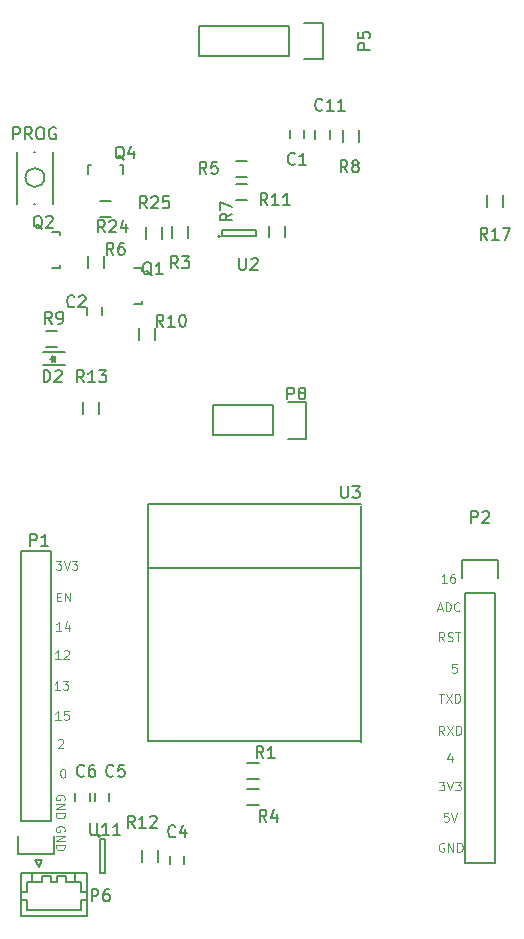
<source format=gbr>
G04 #@! TF.FileFunction,Legend,Top*
%FSLAX46Y46*%
G04 Gerber Fmt 4.6, Leading zero omitted, Abs format (unit mm)*
G04 Created by KiCad (PCBNEW 201610091317+7290~55~ubuntu16.04.1-) date Sat Oct 15 19:35:44 2016*
%MOMM*%
%LPD*%
G01*
G04 APERTURE LIST*
%ADD10C,0.100000*%
%ADD11C,0.125000*%
%ADD12C,0.150000*%
G04 APERTURE END LIST*
D10*
D11*
X117723000Y-121920071D02*
X117758714Y-121848642D01*
X117758714Y-121741500D01*
X117723000Y-121634357D01*
X117651571Y-121562928D01*
X117580142Y-121527214D01*
X117437285Y-121491500D01*
X117330142Y-121491500D01*
X117187285Y-121527214D01*
X117115857Y-121562928D01*
X117044428Y-121634357D01*
X117008714Y-121741500D01*
X117008714Y-121812928D01*
X117044428Y-121920071D01*
X117080142Y-121955785D01*
X117330142Y-121955785D01*
X117330142Y-121812928D01*
X117008714Y-122277214D02*
X117758714Y-122277214D01*
X117008714Y-122705785D01*
X117758714Y-122705785D01*
X117008714Y-123062928D02*
X117758714Y-123062928D01*
X117758714Y-123241500D01*
X117723000Y-123348642D01*
X117651571Y-123420071D01*
X117580142Y-123455785D01*
X117437285Y-123491500D01*
X117330142Y-123491500D01*
X117187285Y-123455785D01*
X117115857Y-123420071D01*
X117044428Y-123348642D01*
X117008714Y-123241500D01*
X117008714Y-123062928D01*
X149860071Y-122942000D02*
X149788642Y-122906285D01*
X149681500Y-122906285D01*
X149574357Y-122942000D01*
X149502928Y-123013428D01*
X149467214Y-123084857D01*
X149431500Y-123227714D01*
X149431500Y-123334857D01*
X149467214Y-123477714D01*
X149502928Y-123549142D01*
X149574357Y-123620571D01*
X149681500Y-123656285D01*
X149752928Y-123656285D01*
X149860071Y-123620571D01*
X149895785Y-123584857D01*
X149895785Y-123334857D01*
X149752928Y-123334857D01*
X150217214Y-123656285D02*
X150217214Y-122906285D01*
X150645785Y-123656285D01*
X150645785Y-122906285D01*
X151002928Y-123656285D02*
X151002928Y-122906285D01*
X151181500Y-122906285D01*
X151288642Y-122942000D01*
X151360071Y-123013428D01*
X151395785Y-123084857D01*
X151431500Y-123227714D01*
X151431500Y-123334857D01*
X151395785Y-123477714D01*
X151360071Y-123549142D01*
X151288642Y-123620571D01*
X151181500Y-123656285D01*
X151002928Y-123656285D01*
X150225142Y-120366285D02*
X149868000Y-120366285D01*
X149832285Y-120723428D01*
X149868000Y-120687714D01*
X149939428Y-120652000D01*
X150118000Y-120652000D01*
X150189428Y-120687714D01*
X150225142Y-120723428D01*
X150260857Y-120794857D01*
X150260857Y-120973428D01*
X150225142Y-121044857D01*
X150189428Y-121080571D01*
X150118000Y-121116285D01*
X149939428Y-121116285D01*
X149868000Y-121080571D01*
X149832285Y-121044857D01*
X150475142Y-120366285D02*
X150725142Y-121116285D01*
X150975142Y-120366285D01*
X149439428Y-117699285D02*
X149903714Y-117699285D01*
X149653714Y-117985000D01*
X149760857Y-117985000D01*
X149832285Y-118020714D01*
X149868000Y-118056428D01*
X149903714Y-118127857D01*
X149903714Y-118306428D01*
X149868000Y-118377857D01*
X149832285Y-118413571D01*
X149760857Y-118449285D01*
X149546571Y-118449285D01*
X149475142Y-118413571D01*
X149439428Y-118377857D01*
X150118000Y-117699285D02*
X150368000Y-118449285D01*
X150618000Y-117699285D01*
X150796571Y-117699285D02*
X151260857Y-117699285D01*
X151010857Y-117985000D01*
X151118000Y-117985000D01*
X151189428Y-118020714D01*
X151225142Y-118056428D01*
X151260857Y-118127857D01*
X151260857Y-118306428D01*
X151225142Y-118377857D01*
X151189428Y-118413571D01*
X151118000Y-118449285D01*
X150903714Y-118449285D01*
X150832285Y-118413571D01*
X150796571Y-118377857D01*
X150510857Y-115536285D02*
X150510857Y-116036285D01*
X150332285Y-115250571D02*
X150153714Y-115786285D01*
X150618000Y-115786285D01*
X149868000Y-113750285D02*
X149618000Y-113393142D01*
X149439428Y-113750285D02*
X149439428Y-113000285D01*
X149725142Y-113000285D01*
X149796571Y-113036000D01*
X149832285Y-113071714D01*
X149868000Y-113143142D01*
X149868000Y-113250285D01*
X149832285Y-113321714D01*
X149796571Y-113357428D01*
X149725142Y-113393142D01*
X149439428Y-113393142D01*
X150118000Y-113000285D02*
X150618000Y-113750285D01*
X150618000Y-113000285D02*
X150118000Y-113750285D01*
X150903714Y-113750285D02*
X150903714Y-113000285D01*
X151082285Y-113000285D01*
X151189428Y-113036000D01*
X151260857Y-113107428D01*
X151296571Y-113178857D01*
X151332285Y-113321714D01*
X151332285Y-113428857D01*
X151296571Y-113571714D01*
X151260857Y-113643142D01*
X151189428Y-113714571D01*
X151082285Y-113750285D01*
X150903714Y-113750285D01*
X149421571Y-110269785D02*
X149850142Y-110269785D01*
X149635857Y-111019785D02*
X149635857Y-110269785D01*
X150028714Y-110269785D02*
X150528714Y-111019785D01*
X150528714Y-110269785D02*
X150028714Y-111019785D01*
X150814428Y-111019785D02*
X150814428Y-110269785D01*
X150993000Y-110269785D01*
X151100142Y-110305500D01*
X151171571Y-110376928D01*
X151207285Y-110448357D01*
X151243000Y-110591214D01*
X151243000Y-110698357D01*
X151207285Y-110841214D01*
X151171571Y-110912642D01*
X151100142Y-110984071D01*
X150993000Y-111019785D01*
X150814428Y-111019785D01*
X150927571Y-107729785D02*
X150570428Y-107729785D01*
X150534714Y-108086928D01*
X150570428Y-108051214D01*
X150641857Y-108015500D01*
X150820428Y-108015500D01*
X150891857Y-108051214D01*
X150927571Y-108086928D01*
X150963285Y-108158357D01*
X150963285Y-108336928D01*
X150927571Y-108408357D01*
X150891857Y-108444071D01*
X150820428Y-108479785D01*
X150641857Y-108479785D01*
X150570428Y-108444071D01*
X150534714Y-108408357D01*
X149893785Y-105812785D02*
X149643785Y-105455642D01*
X149465214Y-105812785D02*
X149465214Y-105062785D01*
X149750928Y-105062785D01*
X149822357Y-105098500D01*
X149858071Y-105134214D01*
X149893785Y-105205642D01*
X149893785Y-105312785D01*
X149858071Y-105384214D01*
X149822357Y-105419928D01*
X149750928Y-105455642D01*
X149465214Y-105455642D01*
X150179500Y-105777071D02*
X150286642Y-105812785D01*
X150465214Y-105812785D01*
X150536642Y-105777071D01*
X150572357Y-105741357D01*
X150608071Y-105669928D01*
X150608071Y-105598500D01*
X150572357Y-105527071D01*
X150536642Y-105491357D01*
X150465214Y-105455642D01*
X150322357Y-105419928D01*
X150250928Y-105384214D01*
X150215214Y-105348500D01*
X150179500Y-105277071D01*
X150179500Y-105205642D01*
X150215214Y-105134214D01*
X150250928Y-105098500D01*
X150322357Y-105062785D01*
X150500928Y-105062785D01*
X150608071Y-105098500D01*
X150822357Y-105062785D02*
X151250928Y-105062785D01*
X151036642Y-105812785D02*
X151036642Y-105062785D01*
X149312428Y-103058500D02*
X149669571Y-103058500D01*
X149241000Y-103272785D02*
X149491000Y-102522785D01*
X149741000Y-103272785D01*
X149991000Y-103272785D02*
X149991000Y-102522785D01*
X150169571Y-102522785D01*
X150276714Y-102558500D01*
X150348142Y-102629928D01*
X150383857Y-102701357D01*
X150419571Y-102844214D01*
X150419571Y-102951357D01*
X150383857Y-103094214D01*
X150348142Y-103165642D01*
X150276714Y-103237071D01*
X150169571Y-103272785D01*
X149991000Y-103272785D01*
X151169571Y-103201357D02*
X151133857Y-103237071D01*
X151026714Y-103272785D01*
X150955285Y-103272785D01*
X150848142Y-103237071D01*
X150776714Y-103165642D01*
X150741000Y-103094214D01*
X150705285Y-102951357D01*
X150705285Y-102844214D01*
X150741000Y-102701357D01*
X150776714Y-102629928D01*
X150848142Y-102558500D01*
X150955285Y-102522785D01*
X151026714Y-102522785D01*
X151133857Y-102558500D01*
X151169571Y-102594214D01*
X150098142Y-100859785D02*
X149669571Y-100859785D01*
X149883857Y-100859785D02*
X149883857Y-100109785D01*
X149812428Y-100216928D01*
X149741000Y-100288357D01*
X149669571Y-100324071D01*
X150741000Y-100109785D02*
X150598142Y-100109785D01*
X150526714Y-100145500D01*
X150491000Y-100181214D01*
X150419571Y-100288357D01*
X150383857Y-100431214D01*
X150383857Y-100716928D01*
X150419571Y-100788357D01*
X150455285Y-100824071D01*
X150526714Y-100859785D01*
X150669571Y-100859785D01*
X150741000Y-100824071D01*
X150776714Y-100788357D01*
X150812428Y-100716928D01*
X150812428Y-100538357D01*
X150776714Y-100466928D01*
X150741000Y-100431214D01*
X150669571Y-100395500D01*
X150526714Y-100395500D01*
X150455285Y-100431214D01*
X150419571Y-100466928D01*
X150383857Y-100538357D01*
X116990928Y-99030285D02*
X117455214Y-99030285D01*
X117205214Y-99316000D01*
X117312357Y-99316000D01*
X117383785Y-99351714D01*
X117419500Y-99387428D01*
X117455214Y-99458857D01*
X117455214Y-99637428D01*
X117419500Y-99708857D01*
X117383785Y-99744571D01*
X117312357Y-99780285D01*
X117098071Y-99780285D01*
X117026642Y-99744571D01*
X116990928Y-99708857D01*
X117669500Y-99030285D02*
X117919500Y-99780285D01*
X118169500Y-99030285D01*
X118348071Y-99030285D02*
X118812357Y-99030285D01*
X118562357Y-99316000D01*
X118669500Y-99316000D01*
X118740928Y-99351714D01*
X118776642Y-99387428D01*
X118812357Y-99458857D01*
X118812357Y-99637428D01*
X118776642Y-99708857D01*
X118740928Y-99744571D01*
X118669500Y-99780285D01*
X118455214Y-99780285D01*
X118383785Y-99744571D01*
X118348071Y-99708857D01*
X117111928Y-102054428D02*
X117361928Y-102054428D01*
X117469071Y-102447285D02*
X117111928Y-102447285D01*
X117111928Y-101697285D01*
X117469071Y-101697285D01*
X117790500Y-102447285D02*
X117790500Y-101697285D01*
X118219071Y-102447285D01*
X118219071Y-101697285D01*
X117459142Y-104923785D02*
X117030571Y-104923785D01*
X117244857Y-104923785D02*
X117244857Y-104173785D01*
X117173428Y-104280928D01*
X117102000Y-104352357D01*
X117030571Y-104388071D01*
X118102000Y-104423785D02*
X118102000Y-104923785D01*
X117923428Y-104138071D02*
X117744857Y-104673785D01*
X118209142Y-104673785D01*
X117395642Y-107336785D02*
X116967071Y-107336785D01*
X117181357Y-107336785D02*
X117181357Y-106586785D01*
X117109928Y-106693928D01*
X117038500Y-106765357D01*
X116967071Y-106801071D01*
X117681357Y-106658214D02*
X117717071Y-106622500D01*
X117788500Y-106586785D01*
X117967071Y-106586785D01*
X118038500Y-106622500D01*
X118074214Y-106658214D01*
X118109928Y-106729642D01*
X118109928Y-106801071D01*
X118074214Y-106908214D01*
X117645642Y-107336785D01*
X118109928Y-107336785D01*
X117332142Y-109940285D02*
X116903571Y-109940285D01*
X117117857Y-109940285D02*
X117117857Y-109190285D01*
X117046428Y-109297428D01*
X116975000Y-109368857D01*
X116903571Y-109404571D01*
X117582142Y-109190285D02*
X118046428Y-109190285D01*
X117796428Y-109476000D01*
X117903571Y-109476000D01*
X117975000Y-109511714D01*
X118010714Y-109547428D01*
X118046428Y-109618857D01*
X118046428Y-109797428D01*
X118010714Y-109868857D01*
X117975000Y-109904571D01*
X117903571Y-109940285D01*
X117689285Y-109940285D01*
X117617857Y-109904571D01*
X117582142Y-109868857D01*
X117395642Y-112480285D02*
X116967071Y-112480285D01*
X117181357Y-112480285D02*
X117181357Y-111730285D01*
X117109928Y-111837428D01*
X117038500Y-111908857D01*
X116967071Y-111944571D01*
X118074214Y-111730285D02*
X117717071Y-111730285D01*
X117681357Y-112087428D01*
X117717071Y-112051714D01*
X117788500Y-112016000D01*
X117967071Y-112016000D01*
X118038500Y-112051714D01*
X118074214Y-112087428D01*
X118109928Y-112158857D01*
X118109928Y-112337428D01*
X118074214Y-112408857D01*
X118038500Y-112444571D01*
X117967071Y-112480285D01*
X117788500Y-112480285D01*
X117717071Y-112444571D01*
X117681357Y-112408857D01*
X117197214Y-114151214D02*
X117232928Y-114115500D01*
X117304357Y-114079785D01*
X117482928Y-114079785D01*
X117554357Y-114115500D01*
X117590071Y-114151214D01*
X117625785Y-114222642D01*
X117625785Y-114294071D01*
X117590071Y-114401214D01*
X117161500Y-114829785D01*
X117625785Y-114829785D01*
X117566285Y-116619785D02*
X117637714Y-116619785D01*
X117709142Y-116655500D01*
X117744857Y-116691214D01*
X117780571Y-116762642D01*
X117816285Y-116905500D01*
X117816285Y-117084071D01*
X117780571Y-117226928D01*
X117744857Y-117298357D01*
X117709142Y-117334071D01*
X117637714Y-117369785D01*
X117566285Y-117369785D01*
X117494857Y-117334071D01*
X117459142Y-117298357D01*
X117423428Y-117226928D01*
X117387714Y-117084071D01*
X117387714Y-116905500D01*
X117423428Y-116762642D01*
X117459142Y-116691214D01*
X117494857Y-116655500D01*
X117566285Y-116619785D01*
X117723000Y-119253071D02*
X117758714Y-119181642D01*
X117758714Y-119074500D01*
X117723000Y-118967357D01*
X117651571Y-118895928D01*
X117580142Y-118860214D01*
X117437285Y-118824500D01*
X117330142Y-118824500D01*
X117187285Y-118860214D01*
X117115857Y-118895928D01*
X117044428Y-118967357D01*
X117008714Y-119074500D01*
X117008714Y-119145928D01*
X117044428Y-119253071D01*
X117080142Y-119288785D01*
X117330142Y-119288785D01*
X117330142Y-119145928D01*
X117008714Y-119610214D02*
X117758714Y-119610214D01*
X117008714Y-120038785D01*
X117758714Y-120038785D01*
X117008714Y-120395928D02*
X117758714Y-120395928D01*
X117758714Y-120574500D01*
X117723000Y-120681642D01*
X117651571Y-120753071D01*
X117580142Y-120788785D01*
X117437285Y-120824500D01*
X117330142Y-120824500D01*
X117187285Y-120788785D01*
X117115857Y-120753071D01*
X117044428Y-120681642D01*
X117008714Y-120574500D01*
X117008714Y-120395928D01*
D12*
X134188000Y-117451500D02*
X133188000Y-117451500D01*
X133188000Y-116101500D02*
X134188000Y-116101500D01*
X122518160Y-65532000D02*
X122469900Y-65532000D01*
X119719180Y-66233040D02*
X119719180Y-65532000D01*
X119719180Y-65532000D02*
X119968100Y-65532000D01*
X122518160Y-65532000D02*
X122718820Y-65532000D01*
X122718820Y-65532000D02*
X122718820Y-66233040D01*
X120304000Y-119361000D02*
X120304000Y-118661000D01*
X121504000Y-118661000D02*
X121504000Y-119361000D01*
X133188000Y-118324000D02*
X134188000Y-118324000D01*
X134188000Y-119674000D02*
X133188000Y-119674000D01*
X114020000Y-125462000D02*
X114020000Y-129062000D01*
X114020000Y-129062000D02*
X119620000Y-129062000D01*
X119620000Y-129062000D02*
X119620000Y-125462000D01*
X119620000Y-125462000D02*
X114020000Y-125462000D01*
X115570000Y-124962000D02*
X115270000Y-124362000D01*
X115270000Y-124362000D02*
X115870000Y-124362000D01*
X115870000Y-124362000D02*
X115570000Y-124962000D01*
X114020000Y-127762000D02*
X114520000Y-127762000D01*
X114520000Y-127762000D02*
X114520000Y-128562000D01*
X114520000Y-128562000D02*
X119120000Y-128562000D01*
X119120000Y-128562000D02*
X119120000Y-127762000D01*
X119120000Y-127762000D02*
X119620000Y-127762000D01*
X114020000Y-127012000D02*
X114520000Y-127012000D01*
X114520000Y-127012000D02*
X114520000Y-126212000D01*
X114520000Y-126212000D02*
X115020000Y-126212000D01*
X115020000Y-126212000D02*
X115020000Y-125462000D01*
X119620000Y-127012000D02*
X119120000Y-127012000D01*
X119120000Y-127012000D02*
X119120000Y-126212000D01*
X119120000Y-126212000D02*
X118620000Y-126212000D01*
X118620000Y-126212000D02*
X118620000Y-125462000D01*
X115020000Y-126212000D02*
X115820000Y-126212000D01*
X115820000Y-126212000D02*
X115820000Y-125712000D01*
X115820000Y-125712000D02*
X116570000Y-125712000D01*
X116570000Y-125712000D02*
X116570000Y-126212000D01*
X116570000Y-126212000D02*
X117070000Y-126212000D01*
X117070000Y-126212000D02*
X117070000Y-125712000D01*
X117070000Y-125712000D02*
X117820000Y-125712000D01*
X117820000Y-125712000D02*
X117820000Y-126212000D01*
X117820000Y-126212000D02*
X118620000Y-126212000D01*
X120747000Y-122313000D02*
G75*
G03X120747000Y-122313000I-100000J0D01*
G01*
X121197000Y-122563000D02*
X120697000Y-122563000D01*
X121197000Y-125463000D02*
X121197000Y-122563000D01*
X120697000Y-125463000D02*
X121197000Y-125463000D01*
X120697000Y-122563000D02*
X120697000Y-125463000D01*
X121701000Y-69890000D02*
X120701000Y-69890000D01*
X120701000Y-68540000D02*
X121701000Y-68540000D01*
X136814000Y-63215000D02*
X136814000Y-62515000D01*
X138014000Y-62515000D02*
X138014000Y-63215000D01*
X138973000Y-63276000D02*
X138973000Y-62576000D01*
X140173000Y-62576000D02*
X140173000Y-63276000D01*
X126833000Y-71704000D02*
X126833000Y-70704000D01*
X128183000Y-70704000D02*
X128183000Y-71704000D01*
X133222800Y-66537200D02*
X132222800Y-66537200D01*
X132222800Y-65187200D02*
X133222800Y-65187200D01*
X132222800Y-67117600D02*
X133222800Y-67117600D01*
X133222800Y-68467600D02*
X132222800Y-68467600D01*
X142661000Y-62576000D02*
X142661000Y-63576000D01*
X141311000Y-63576000D02*
X141311000Y-62576000D01*
X135088000Y-71637600D02*
X135088000Y-70637600D01*
X136438000Y-70637600D02*
X136438000Y-71637600D01*
X130911800Y-71547000D02*
G75*
G03X130911800Y-71547000I-100000J0D01*
G01*
X131061800Y-70997000D02*
X131061800Y-71497000D01*
X133961800Y-70997000D02*
X131061800Y-70997000D01*
X133961800Y-71497000D02*
X133961800Y-70997000D01*
X131061800Y-71497000D02*
X133961800Y-71497000D01*
X117813000Y-81365000D02*
X115913000Y-81365000D01*
X117813000Y-82465000D02*
X115913000Y-82465000D01*
X116913000Y-81915000D02*
X116463000Y-81915000D01*
X116963000Y-82165000D02*
X116963000Y-81665000D01*
X116963000Y-81915000D02*
X116713000Y-82165000D01*
X116713000Y-82165000D02*
X116713000Y-81665000D01*
X116713000Y-81665000D02*
X116963000Y-81915000D01*
X124333000Y-77057160D02*
X124333000Y-77008900D01*
X123631960Y-74258180D02*
X124333000Y-74258180D01*
X124333000Y-74258180D02*
X124333000Y-74507100D01*
X124333000Y-77057160D02*
X124333000Y-77257820D01*
X124333000Y-77257820D02*
X123631960Y-77257820D01*
X125389000Y-79340000D02*
X125389000Y-80340000D01*
X124039000Y-80340000D02*
X124039000Y-79340000D01*
X126654000Y-124695000D02*
X126654000Y-123995000D01*
X127854000Y-123995000D02*
X127854000Y-124695000D01*
X124293000Y-124536000D02*
X124293000Y-123536000D01*
X125643000Y-123536000D02*
X125643000Y-124536000D01*
X118653000Y-119361000D02*
X118653000Y-118661000D01*
X119853000Y-118661000D02*
X119853000Y-119361000D01*
X119669000Y-78189000D02*
X119669000Y-77489000D01*
X120869000Y-77489000D02*
X120869000Y-78189000D01*
X116129000Y-79589000D02*
X117129000Y-79589000D01*
X117129000Y-80939000D02*
X116129000Y-80939000D01*
X120690000Y-85563000D02*
X120690000Y-86563000D01*
X119340000Y-86563000D02*
X119340000Y-85563000D01*
X119721000Y-74228400D02*
X119721000Y-73228400D01*
X121071000Y-73228400D02*
X121071000Y-74228400D01*
X117348000Y-74004160D02*
X117348000Y-73955900D01*
X116646960Y-71205180D02*
X117348000Y-71205180D01*
X117348000Y-71205180D02*
X117348000Y-71454100D01*
X117348000Y-74004160D02*
X117348000Y-74204820D01*
X117348000Y-74204820D02*
X116646960Y-74204820D01*
X124841000Y-99634000D02*
X142841000Y-99634000D01*
X124841000Y-114234000D02*
X124841000Y-94234000D01*
X124841000Y-94234000D02*
X142841000Y-94234000D01*
X142841000Y-94334000D02*
X142841000Y-114334000D01*
X142841000Y-114234000D02*
X124841000Y-114234000D01*
X114046000Y-121031000D02*
X114046000Y-98171000D01*
X114046000Y-98171000D02*
X116586000Y-98171000D01*
X116586000Y-98171000D02*
X116586000Y-121031000D01*
X113766000Y-123851000D02*
X113766000Y-122301000D01*
X114046000Y-121031000D02*
X116586000Y-121031000D01*
X116866000Y-122301000D02*
X116866000Y-123851000D01*
X116866000Y-123851000D02*
X113766000Y-123851000D01*
X154178000Y-101727000D02*
X154178000Y-124587000D01*
X154178000Y-124587000D02*
X151638000Y-124587000D01*
X151638000Y-124587000D02*
X151638000Y-101727000D01*
X154458000Y-98907000D02*
X154458000Y-100457000D01*
X154178000Y-101727000D02*
X151638000Y-101727000D01*
X151358000Y-100457000D02*
X151358000Y-98907000D01*
X151358000Y-98907000D02*
X154458000Y-98907000D01*
X153503000Y-69037000D02*
X153503000Y-68037000D01*
X154853000Y-68037000D02*
X154853000Y-69037000D01*
X126024000Y-70790000D02*
X126024000Y-71790000D01*
X124674000Y-71790000D02*
X124674000Y-70790000D01*
X138202000Y-85572000D02*
X138202000Y-88672000D01*
X136652000Y-85572000D02*
X138202000Y-85572000D01*
X135382000Y-88392000D02*
X135382000Y-85852000D01*
X138202000Y-88672000D02*
X136652000Y-88672000D01*
X130302000Y-88392000D02*
X135382000Y-88392000D01*
X130302000Y-85852000D02*
X130302000Y-88392000D01*
X135382000Y-85852000D02*
X130302000Y-85852000D01*
X115277000Y-68766000D02*
X115177000Y-68766000D01*
X113677000Y-64366000D02*
X113677000Y-68766000D01*
X116777000Y-68766000D02*
X116777000Y-64366000D01*
X116027000Y-66566000D02*
G75*
G03X116027000Y-66566000I-800000J0D01*
G01*
X115277000Y-64366000D02*
X115177000Y-64366000D01*
X139599000Y-53441000D02*
X139599000Y-56541000D01*
X138049000Y-53441000D02*
X139599000Y-53441000D01*
X136779000Y-56261000D02*
X136779000Y-53721000D01*
X129159000Y-53721000D02*
X129159000Y-56261000D01*
X139599000Y-56541000D02*
X138049000Y-56541000D01*
X136779000Y-56261000D02*
X129159000Y-56261000D01*
X136779000Y-53721000D02*
X129159000Y-53721000D01*
X134580333Y-115704880D02*
X134247000Y-115228690D01*
X134008904Y-115704880D02*
X134008904Y-114704880D01*
X134389857Y-114704880D01*
X134485095Y-114752500D01*
X134532714Y-114800119D01*
X134580333Y-114895357D01*
X134580333Y-115038214D01*
X134532714Y-115133452D01*
X134485095Y-115181071D01*
X134389857Y-115228690D01*
X134008904Y-115228690D01*
X135532714Y-115704880D02*
X134961285Y-115704880D01*
X135247000Y-115704880D02*
X135247000Y-114704880D01*
X135151761Y-114847738D01*
X135056523Y-114942976D01*
X134961285Y-114990595D01*
X122784961Y-65038219D02*
X122689723Y-64990600D01*
X122594485Y-64895361D01*
X122451628Y-64752504D01*
X122356390Y-64704885D01*
X122261152Y-64704885D01*
X122308771Y-64942980D02*
X122213533Y-64895361D01*
X122118295Y-64800123D01*
X122070676Y-64609647D01*
X122070676Y-64276314D01*
X122118295Y-64085838D01*
X122213533Y-63990600D01*
X122308771Y-63942980D01*
X122499247Y-63942980D01*
X122594485Y-63990600D01*
X122689723Y-64085838D01*
X122737342Y-64276314D01*
X122737342Y-64609647D01*
X122689723Y-64800123D01*
X122594485Y-64895361D01*
X122499247Y-64942980D01*
X122308771Y-64942980D01*
X123594485Y-64276314D02*
X123594485Y-64942980D01*
X123356390Y-63895361D02*
X123118295Y-64609647D01*
X123737342Y-64609647D01*
X121880333Y-117197142D02*
X121832714Y-117244761D01*
X121689857Y-117292380D01*
X121594619Y-117292380D01*
X121451761Y-117244761D01*
X121356523Y-117149523D01*
X121308904Y-117054285D01*
X121261285Y-116863809D01*
X121261285Y-116720952D01*
X121308904Y-116530476D01*
X121356523Y-116435238D01*
X121451761Y-116340000D01*
X121594619Y-116292380D01*
X121689857Y-116292380D01*
X121832714Y-116340000D01*
X121880333Y-116387619D01*
X122785095Y-116292380D02*
X122308904Y-116292380D01*
X122261285Y-116768571D01*
X122308904Y-116720952D01*
X122404142Y-116673333D01*
X122642238Y-116673333D01*
X122737476Y-116720952D01*
X122785095Y-116768571D01*
X122832714Y-116863809D01*
X122832714Y-117101904D01*
X122785095Y-117197142D01*
X122737476Y-117244761D01*
X122642238Y-117292380D01*
X122404142Y-117292380D01*
X122308904Y-117244761D01*
X122261285Y-117197142D01*
X134834333Y-121102380D02*
X134501000Y-120626190D01*
X134262904Y-121102380D02*
X134262904Y-120102380D01*
X134643857Y-120102380D01*
X134739095Y-120150000D01*
X134786714Y-120197619D01*
X134834333Y-120292857D01*
X134834333Y-120435714D01*
X134786714Y-120530952D01*
X134739095Y-120578571D01*
X134643857Y-120626190D01*
X134262904Y-120626190D01*
X135691476Y-120435714D02*
X135691476Y-121102380D01*
X135453380Y-120054761D02*
X135215285Y-120769047D01*
X135834333Y-120769047D01*
X120038904Y-127833380D02*
X120038904Y-126833380D01*
X120419857Y-126833380D01*
X120515095Y-126881000D01*
X120562714Y-126928619D01*
X120610333Y-127023857D01*
X120610333Y-127166714D01*
X120562714Y-127261952D01*
X120515095Y-127309571D01*
X120419857Y-127357190D01*
X120038904Y-127357190D01*
X121467476Y-126833380D02*
X121277000Y-126833380D01*
X121181761Y-126881000D01*
X121134142Y-126928619D01*
X121038904Y-127071476D01*
X120991285Y-127261952D01*
X120991285Y-127642904D01*
X121038904Y-127738142D01*
X121086523Y-127785761D01*
X121181761Y-127833380D01*
X121372238Y-127833380D01*
X121467476Y-127785761D01*
X121515095Y-127738142D01*
X121562714Y-127642904D01*
X121562714Y-127404809D01*
X121515095Y-127309571D01*
X121467476Y-127261952D01*
X121372238Y-127214333D01*
X121181761Y-127214333D01*
X121086523Y-127261952D01*
X121038904Y-127309571D01*
X120991285Y-127404809D01*
X119919904Y-121245380D02*
X119919904Y-122054904D01*
X119967523Y-122150142D01*
X120015142Y-122197761D01*
X120110380Y-122245380D01*
X120300857Y-122245380D01*
X120396095Y-122197761D01*
X120443714Y-122150142D01*
X120491333Y-122054904D01*
X120491333Y-121245380D01*
X121491333Y-122245380D02*
X120919904Y-122245380D01*
X121205619Y-122245380D02*
X121205619Y-121245380D01*
X121110380Y-121388238D01*
X121015142Y-121483476D01*
X120919904Y-121531095D01*
X122443714Y-122245380D02*
X121872285Y-122245380D01*
X122158000Y-122245380D02*
X122158000Y-121245380D01*
X122062761Y-121388238D01*
X121967523Y-121483476D01*
X121872285Y-121531095D01*
X121150142Y-71191380D02*
X120816809Y-70715190D01*
X120578714Y-71191380D02*
X120578714Y-70191380D01*
X120959666Y-70191380D01*
X121054904Y-70239000D01*
X121102523Y-70286619D01*
X121150142Y-70381857D01*
X121150142Y-70524714D01*
X121102523Y-70619952D01*
X121054904Y-70667571D01*
X120959666Y-70715190D01*
X120578714Y-70715190D01*
X121531095Y-70286619D02*
X121578714Y-70239000D01*
X121673952Y-70191380D01*
X121912047Y-70191380D01*
X122007285Y-70239000D01*
X122054904Y-70286619D01*
X122102523Y-70381857D01*
X122102523Y-70477095D01*
X122054904Y-70619952D01*
X121483476Y-71191380D01*
X122102523Y-71191380D01*
X122959666Y-70524714D02*
X122959666Y-71191380D01*
X122721571Y-70143761D02*
X122483476Y-70858047D01*
X123102523Y-70858047D01*
X137247333Y-65381142D02*
X137199714Y-65428761D01*
X137056857Y-65476380D01*
X136961619Y-65476380D01*
X136818761Y-65428761D01*
X136723523Y-65333523D01*
X136675904Y-65238285D01*
X136628285Y-65047809D01*
X136628285Y-64904952D01*
X136675904Y-64714476D01*
X136723523Y-64619238D01*
X136818761Y-64524000D01*
X136961619Y-64476380D01*
X137056857Y-64476380D01*
X137199714Y-64524000D01*
X137247333Y-64571619D01*
X138199714Y-65476380D02*
X137628285Y-65476380D01*
X137914000Y-65476380D02*
X137914000Y-64476380D01*
X137818761Y-64619238D01*
X137723523Y-64714476D01*
X137628285Y-64762095D01*
X139565142Y-60809142D02*
X139517523Y-60856761D01*
X139374666Y-60904380D01*
X139279428Y-60904380D01*
X139136571Y-60856761D01*
X139041333Y-60761523D01*
X138993714Y-60666285D01*
X138946095Y-60475809D01*
X138946095Y-60332952D01*
X138993714Y-60142476D01*
X139041333Y-60047238D01*
X139136571Y-59952000D01*
X139279428Y-59904380D01*
X139374666Y-59904380D01*
X139517523Y-59952000D01*
X139565142Y-59999619D01*
X140517523Y-60904380D02*
X139946095Y-60904380D01*
X140231809Y-60904380D02*
X140231809Y-59904380D01*
X140136571Y-60047238D01*
X140041333Y-60142476D01*
X139946095Y-60190095D01*
X141469904Y-60904380D02*
X140898476Y-60904380D01*
X141184190Y-60904380D02*
X141184190Y-59904380D01*
X141088952Y-60047238D01*
X140993714Y-60142476D01*
X140898476Y-60190095D01*
X127341333Y-74239380D02*
X127008000Y-73763190D01*
X126769904Y-74239380D02*
X126769904Y-73239380D01*
X127150857Y-73239380D01*
X127246095Y-73287000D01*
X127293714Y-73334619D01*
X127341333Y-73429857D01*
X127341333Y-73572714D01*
X127293714Y-73667952D01*
X127246095Y-73715571D01*
X127150857Y-73763190D01*
X126769904Y-73763190D01*
X127674666Y-73239380D02*
X128293714Y-73239380D01*
X127960380Y-73620333D01*
X128103238Y-73620333D01*
X128198476Y-73667952D01*
X128246095Y-73715571D01*
X128293714Y-73810809D01*
X128293714Y-74048904D01*
X128246095Y-74144142D01*
X128198476Y-74191761D01*
X128103238Y-74239380D01*
X127817523Y-74239380D01*
X127722285Y-74191761D01*
X127674666Y-74144142D01*
X129754333Y-66238380D02*
X129421000Y-65762190D01*
X129182904Y-66238380D02*
X129182904Y-65238380D01*
X129563857Y-65238380D01*
X129659095Y-65286000D01*
X129706714Y-65333619D01*
X129754333Y-65428857D01*
X129754333Y-65571714D01*
X129706714Y-65666952D01*
X129659095Y-65714571D01*
X129563857Y-65762190D01*
X129182904Y-65762190D01*
X130659095Y-65238380D02*
X130182904Y-65238380D01*
X130135285Y-65714571D01*
X130182904Y-65666952D01*
X130278142Y-65619333D01*
X130516238Y-65619333D01*
X130611476Y-65666952D01*
X130659095Y-65714571D01*
X130706714Y-65809809D01*
X130706714Y-66047904D01*
X130659095Y-66143142D01*
X130611476Y-66190761D01*
X130516238Y-66238380D01*
X130278142Y-66238380D01*
X130182904Y-66190761D01*
X130135285Y-66143142D01*
X131922780Y-69610266D02*
X131446590Y-69943600D01*
X131922780Y-70181695D02*
X130922780Y-70181695D01*
X130922780Y-69800742D01*
X130970400Y-69705504D01*
X131018019Y-69657885D01*
X131113257Y-69610266D01*
X131256114Y-69610266D01*
X131351352Y-69657885D01*
X131398971Y-69705504D01*
X131446590Y-69800742D01*
X131446590Y-70181695D01*
X130922780Y-69276933D02*
X130922780Y-68610266D01*
X131922780Y-69038838D01*
X141692333Y-66111380D02*
X141359000Y-65635190D01*
X141120904Y-66111380D02*
X141120904Y-65111380D01*
X141501857Y-65111380D01*
X141597095Y-65159000D01*
X141644714Y-65206619D01*
X141692333Y-65301857D01*
X141692333Y-65444714D01*
X141644714Y-65539952D01*
X141597095Y-65587571D01*
X141501857Y-65635190D01*
X141120904Y-65635190D01*
X142263761Y-65539952D02*
X142168523Y-65492333D01*
X142120904Y-65444714D01*
X142073285Y-65349476D01*
X142073285Y-65301857D01*
X142120904Y-65206619D01*
X142168523Y-65159000D01*
X142263761Y-65111380D01*
X142454238Y-65111380D01*
X142549476Y-65159000D01*
X142597095Y-65206619D01*
X142644714Y-65301857D01*
X142644714Y-65349476D01*
X142597095Y-65444714D01*
X142549476Y-65492333D01*
X142454238Y-65539952D01*
X142263761Y-65539952D01*
X142168523Y-65587571D01*
X142120904Y-65635190D01*
X142073285Y-65730428D01*
X142073285Y-65920904D01*
X142120904Y-66016142D01*
X142168523Y-66063761D01*
X142263761Y-66111380D01*
X142454238Y-66111380D01*
X142549476Y-66063761D01*
X142597095Y-66016142D01*
X142644714Y-65920904D01*
X142644714Y-65730428D01*
X142597095Y-65635190D01*
X142549476Y-65587571D01*
X142454238Y-65539952D01*
X134916942Y-68905380D02*
X134583609Y-68429190D01*
X134345514Y-68905380D02*
X134345514Y-67905380D01*
X134726466Y-67905380D01*
X134821704Y-67953000D01*
X134869323Y-68000619D01*
X134916942Y-68095857D01*
X134916942Y-68238714D01*
X134869323Y-68333952D01*
X134821704Y-68381571D01*
X134726466Y-68429190D01*
X134345514Y-68429190D01*
X135869323Y-68905380D02*
X135297895Y-68905380D01*
X135583609Y-68905380D02*
X135583609Y-67905380D01*
X135488371Y-68048238D01*
X135393133Y-68143476D01*
X135297895Y-68191095D01*
X136821704Y-68905380D02*
X136250276Y-68905380D01*
X136535990Y-68905380D02*
X136535990Y-67905380D01*
X136440752Y-68048238D01*
X136345514Y-68143476D01*
X136250276Y-68191095D01*
X132527095Y-73374180D02*
X132527095Y-74183704D01*
X132574714Y-74278942D01*
X132622333Y-74326561D01*
X132717571Y-74374180D01*
X132908047Y-74374180D01*
X133003285Y-74326561D01*
X133050904Y-74278942D01*
X133098523Y-74183704D01*
X133098523Y-73374180D01*
X133527095Y-73469419D02*
X133574714Y-73421800D01*
X133669952Y-73374180D01*
X133908047Y-73374180D01*
X134003285Y-73421800D01*
X134050904Y-73469419D01*
X134098523Y-73564657D01*
X134098523Y-73659895D01*
X134050904Y-73802752D01*
X133479476Y-74374180D01*
X134098523Y-74374180D01*
X115974904Y-83867380D02*
X115974904Y-82867380D01*
X116213000Y-82867380D01*
X116355857Y-82915000D01*
X116451095Y-83010238D01*
X116498714Y-83105476D01*
X116546333Y-83295952D01*
X116546333Y-83438809D01*
X116498714Y-83629285D01*
X116451095Y-83724523D01*
X116355857Y-83819761D01*
X116213000Y-83867380D01*
X115974904Y-83867380D01*
X116927285Y-82962619D02*
X116974904Y-82915000D01*
X117070142Y-82867380D01*
X117308238Y-82867380D01*
X117403476Y-82915000D01*
X117451095Y-82962619D01*
X117498714Y-83057857D01*
X117498714Y-83153095D01*
X117451095Y-83295952D01*
X116879666Y-83867380D01*
X117498714Y-83867380D01*
X125126761Y-74842619D02*
X125031523Y-74795000D01*
X124936285Y-74699761D01*
X124793428Y-74556904D01*
X124698190Y-74509285D01*
X124602952Y-74509285D01*
X124650571Y-74747380D02*
X124555333Y-74699761D01*
X124460095Y-74604523D01*
X124412476Y-74414047D01*
X124412476Y-74080714D01*
X124460095Y-73890238D01*
X124555333Y-73795000D01*
X124650571Y-73747380D01*
X124841047Y-73747380D01*
X124936285Y-73795000D01*
X125031523Y-73890238D01*
X125079142Y-74080714D01*
X125079142Y-74414047D01*
X125031523Y-74604523D01*
X124936285Y-74699761D01*
X124841047Y-74747380D01*
X124650571Y-74747380D01*
X126031523Y-74747380D02*
X125460095Y-74747380D01*
X125745809Y-74747380D02*
X125745809Y-73747380D01*
X125650571Y-73890238D01*
X125555333Y-73985476D01*
X125460095Y-74033095D01*
X126103142Y-79192380D02*
X125769809Y-78716190D01*
X125531714Y-79192380D02*
X125531714Y-78192380D01*
X125912666Y-78192380D01*
X126007904Y-78240000D01*
X126055523Y-78287619D01*
X126103142Y-78382857D01*
X126103142Y-78525714D01*
X126055523Y-78620952D01*
X126007904Y-78668571D01*
X125912666Y-78716190D01*
X125531714Y-78716190D01*
X127055523Y-79192380D02*
X126484095Y-79192380D01*
X126769809Y-79192380D02*
X126769809Y-78192380D01*
X126674571Y-78335238D01*
X126579333Y-78430476D01*
X126484095Y-78478095D01*
X127674571Y-78192380D02*
X127769809Y-78192380D01*
X127865047Y-78240000D01*
X127912666Y-78287619D01*
X127960285Y-78382857D01*
X128007904Y-78573333D01*
X128007904Y-78811428D01*
X127960285Y-79001904D01*
X127912666Y-79097142D01*
X127865047Y-79144761D01*
X127769809Y-79192380D01*
X127674571Y-79192380D01*
X127579333Y-79144761D01*
X127531714Y-79097142D01*
X127484095Y-79001904D01*
X127436476Y-78811428D01*
X127436476Y-78573333D01*
X127484095Y-78382857D01*
X127531714Y-78287619D01*
X127579333Y-78240000D01*
X127674571Y-78192380D01*
X127112733Y-122326542D02*
X127065114Y-122374161D01*
X126922257Y-122421780D01*
X126827019Y-122421780D01*
X126684161Y-122374161D01*
X126588923Y-122278923D01*
X126541304Y-122183685D01*
X126493685Y-121993209D01*
X126493685Y-121850352D01*
X126541304Y-121659876D01*
X126588923Y-121564638D01*
X126684161Y-121469400D01*
X126827019Y-121421780D01*
X126922257Y-121421780D01*
X127065114Y-121469400D01*
X127112733Y-121517019D01*
X127969876Y-121755114D02*
X127969876Y-122421780D01*
X127731780Y-121374161D02*
X127493685Y-122088447D01*
X128112733Y-122088447D01*
X123664742Y-121610380D02*
X123331409Y-121134190D01*
X123093314Y-121610380D02*
X123093314Y-120610380D01*
X123474266Y-120610380D01*
X123569504Y-120658000D01*
X123617123Y-120705619D01*
X123664742Y-120800857D01*
X123664742Y-120943714D01*
X123617123Y-121038952D01*
X123569504Y-121086571D01*
X123474266Y-121134190D01*
X123093314Y-121134190D01*
X124617123Y-121610380D02*
X124045695Y-121610380D01*
X124331409Y-121610380D02*
X124331409Y-120610380D01*
X124236171Y-120753238D01*
X124140933Y-120848476D01*
X124045695Y-120896095D01*
X124998076Y-120705619D02*
X125045695Y-120658000D01*
X125140933Y-120610380D01*
X125379028Y-120610380D01*
X125474266Y-120658000D01*
X125521885Y-120705619D01*
X125569504Y-120800857D01*
X125569504Y-120896095D01*
X125521885Y-121038952D01*
X124950457Y-121610380D01*
X125569504Y-121610380D01*
X119403833Y-117197142D02*
X119356214Y-117244761D01*
X119213357Y-117292380D01*
X119118119Y-117292380D01*
X118975261Y-117244761D01*
X118880023Y-117149523D01*
X118832404Y-117054285D01*
X118784785Y-116863809D01*
X118784785Y-116720952D01*
X118832404Y-116530476D01*
X118880023Y-116435238D01*
X118975261Y-116340000D01*
X119118119Y-116292380D01*
X119213357Y-116292380D01*
X119356214Y-116340000D01*
X119403833Y-116387619D01*
X120260976Y-116292380D02*
X120070500Y-116292380D01*
X119975261Y-116340000D01*
X119927642Y-116387619D01*
X119832404Y-116530476D01*
X119784785Y-116720952D01*
X119784785Y-117101904D01*
X119832404Y-117197142D01*
X119880023Y-117244761D01*
X119975261Y-117292380D01*
X120165738Y-117292380D01*
X120260976Y-117244761D01*
X120308595Y-117197142D01*
X120356214Y-117101904D01*
X120356214Y-116863809D01*
X120308595Y-116768571D01*
X120260976Y-116720952D01*
X120165738Y-116673333D01*
X119975261Y-116673333D01*
X119880023Y-116720952D01*
X119832404Y-116768571D01*
X119784785Y-116863809D01*
X118578333Y-77446142D02*
X118530714Y-77493761D01*
X118387857Y-77541380D01*
X118292619Y-77541380D01*
X118149761Y-77493761D01*
X118054523Y-77398523D01*
X118006904Y-77303285D01*
X117959285Y-77112809D01*
X117959285Y-76969952D01*
X118006904Y-76779476D01*
X118054523Y-76684238D01*
X118149761Y-76589000D01*
X118292619Y-76541380D01*
X118387857Y-76541380D01*
X118530714Y-76589000D01*
X118578333Y-76636619D01*
X118959285Y-76636619D02*
X119006904Y-76589000D01*
X119102142Y-76541380D01*
X119340238Y-76541380D01*
X119435476Y-76589000D01*
X119483095Y-76636619D01*
X119530714Y-76731857D01*
X119530714Y-76827095D01*
X119483095Y-76969952D01*
X118911666Y-77541380D01*
X119530714Y-77541380D01*
X116673333Y-78938380D02*
X116340000Y-78462190D01*
X116101904Y-78938380D02*
X116101904Y-77938380D01*
X116482857Y-77938380D01*
X116578095Y-77986000D01*
X116625714Y-78033619D01*
X116673333Y-78128857D01*
X116673333Y-78271714D01*
X116625714Y-78366952D01*
X116578095Y-78414571D01*
X116482857Y-78462190D01*
X116101904Y-78462190D01*
X117149523Y-78938380D02*
X117340000Y-78938380D01*
X117435238Y-78890761D01*
X117482857Y-78843142D01*
X117578095Y-78700285D01*
X117625714Y-78509809D01*
X117625714Y-78128857D01*
X117578095Y-78033619D01*
X117530476Y-77986000D01*
X117435238Y-77938380D01*
X117244761Y-77938380D01*
X117149523Y-77986000D01*
X117101904Y-78033619D01*
X117054285Y-78128857D01*
X117054285Y-78366952D01*
X117101904Y-78462190D01*
X117149523Y-78509809D01*
X117244761Y-78557428D01*
X117435238Y-78557428D01*
X117530476Y-78509809D01*
X117578095Y-78462190D01*
X117625714Y-78366952D01*
X119372142Y-83891380D02*
X119038809Y-83415190D01*
X118800714Y-83891380D02*
X118800714Y-82891380D01*
X119181666Y-82891380D01*
X119276904Y-82939000D01*
X119324523Y-82986619D01*
X119372142Y-83081857D01*
X119372142Y-83224714D01*
X119324523Y-83319952D01*
X119276904Y-83367571D01*
X119181666Y-83415190D01*
X118800714Y-83415190D01*
X120324523Y-83891380D02*
X119753095Y-83891380D01*
X120038809Y-83891380D02*
X120038809Y-82891380D01*
X119943571Y-83034238D01*
X119848333Y-83129476D01*
X119753095Y-83177095D01*
X120657857Y-82891380D02*
X121276904Y-82891380D01*
X120943571Y-83272333D01*
X121086428Y-83272333D01*
X121181666Y-83319952D01*
X121229285Y-83367571D01*
X121276904Y-83462809D01*
X121276904Y-83700904D01*
X121229285Y-83796142D01*
X121181666Y-83843761D01*
X121086428Y-83891380D01*
X120800714Y-83891380D01*
X120705476Y-83843761D01*
X120657857Y-83796142D01*
X121880333Y-73096380D02*
X121547000Y-72620190D01*
X121308904Y-73096380D02*
X121308904Y-72096380D01*
X121689857Y-72096380D01*
X121785095Y-72144000D01*
X121832714Y-72191619D01*
X121880333Y-72286857D01*
X121880333Y-72429714D01*
X121832714Y-72524952D01*
X121785095Y-72572571D01*
X121689857Y-72620190D01*
X121308904Y-72620190D01*
X122737476Y-72096380D02*
X122547000Y-72096380D01*
X122451761Y-72144000D01*
X122404142Y-72191619D01*
X122308904Y-72334476D01*
X122261285Y-72524952D01*
X122261285Y-72905904D01*
X122308904Y-73001142D01*
X122356523Y-73048761D01*
X122451761Y-73096380D01*
X122642238Y-73096380D01*
X122737476Y-73048761D01*
X122785095Y-73001142D01*
X122832714Y-72905904D01*
X122832714Y-72667809D01*
X122785095Y-72572571D01*
X122737476Y-72524952D01*
X122642238Y-72477333D01*
X122451761Y-72477333D01*
X122356523Y-72524952D01*
X122308904Y-72572571D01*
X122261285Y-72667809D01*
X115855761Y-70905619D02*
X115760523Y-70858000D01*
X115665285Y-70762761D01*
X115522428Y-70619904D01*
X115427190Y-70572285D01*
X115331952Y-70572285D01*
X115379571Y-70810380D02*
X115284333Y-70762761D01*
X115189095Y-70667523D01*
X115141476Y-70477047D01*
X115141476Y-70143714D01*
X115189095Y-69953238D01*
X115284333Y-69858000D01*
X115379571Y-69810380D01*
X115570047Y-69810380D01*
X115665285Y-69858000D01*
X115760523Y-69953238D01*
X115808142Y-70143714D01*
X115808142Y-70477047D01*
X115760523Y-70667523D01*
X115665285Y-70762761D01*
X115570047Y-70810380D01*
X115379571Y-70810380D01*
X116189095Y-69905619D02*
X116236714Y-69858000D01*
X116331952Y-69810380D01*
X116570047Y-69810380D01*
X116665285Y-69858000D01*
X116712904Y-69905619D01*
X116760523Y-70000857D01*
X116760523Y-70096095D01*
X116712904Y-70238952D01*
X116141476Y-70810380D01*
X116760523Y-70810380D01*
X141139295Y-92690180D02*
X141139295Y-93499704D01*
X141186914Y-93594942D01*
X141234533Y-93642561D01*
X141329771Y-93690180D01*
X141520247Y-93690180D01*
X141615485Y-93642561D01*
X141663104Y-93594942D01*
X141710723Y-93499704D01*
X141710723Y-92690180D01*
X142091676Y-92690180D02*
X142710723Y-92690180D01*
X142377390Y-93071133D01*
X142520247Y-93071133D01*
X142615485Y-93118752D01*
X142663104Y-93166371D01*
X142710723Y-93261609D01*
X142710723Y-93499704D01*
X142663104Y-93594942D01*
X142615485Y-93642561D01*
X142520247Y-93690180D01*
X142234533Y-93690180D01*
X142139295Y-93642561D01*
X142091676Y-93594942D01*
X114831904Y-97734380D02*
X114831904Y-96734380D01*
X115212857Y-96734380D01*
X115308095Y-96782000D01*
X115355714Y-96829619D01*
X115403333Y-96924857D01*
X115403333Y-97067714D01*
X115355714Y-97162952D01*
X115308095Y-97210571D01*
X115212857Y-97258190D01*
X114831904Y-97258190D01*
X116355714Y-97734380D02*
X115784285Y-97734380D01*
X116070000Y-97734380D02*
X116070000Y-96734380D01*
X115974761Y-96877238D01*
X115879523Y-96972476D01*
X115784285Y-97020095D01*
X152169904Y-95809380D02*
X152169904Y-94809380D01*
X152550857Y-94809380D01*
X152646095Y-94857000D01*
X152693714Y-94904619D01*
X152741333Y-94999857D01*
X152741333Y-95142714D01*
X152693714Y-95237952D01*
X152646095Y-95285571D01*
X152550857Y-95333190D01*
X152169904Y-95333190D01*
X153122285Y-94904619D02*
X153169904Y-94857000D01*
X153265142Y-94809380D01*
X153503238Y-94809380D01*
X153598476Y-94857000D01*
X153646095Y-94904619D01*
X153693714Y-94999857D01*
X153693714Y-95095095D01*
X153646095Y-95237952D01*
X153074666Y-95809380D01*
X153693714Y-95809380D01*
X153535142Y-71826380D02*
X153201809Y-71350190D01*
X152963714Y-71826380D02*
X152963714Y-70826380D01*
X153344666Y-70826380D01*
X153439904Y-70874000D01*
X153487523Y-70921619D01*
X153535142Y-71016857D01*
X153535142Y-71159714D01*
X153487523Y-71254952D01*
X153439904Y-71302571D01*
X153344666Y-71350190D01*
X152963714Y-71350190D01*
X154487523Y-71826380D02*
X153916095Y-71826380D01*
X154201809Y-71826380D02*
X154201809Y-70826380D01*
X154106571Y-70969238D01*
X154011333Y-71064476D01*
X153916095Y-71112095D01*
X154820857Y-70826380D02*
X155487523Y-70826380D01*
X155058952Y-71826380D01*
X124706142Y-69159380D02*
X124372809Y-68683190D01*
X124134714Y-69159380D02*
X124134714Y-68159380D01*
X124515666Y-68159380D01*
X124610904Y-68207000D01*
X124658523Y-68254619D01*
X124706142Y-68349857D01*
X124706142Y-68492714D01*
X124658523Y-68587952D01*
X124610904Y-68635571D01*
X124515666Y-68683190D01*
X124134714Y-68683190D01*
X125087095Y-68254619D02*
X125134714Y-68207000D01*
X125229952Y-68159380D01*
X125468047Y-68159380D01*
X125563285Y-68207000D01*
X125610904Y-68254619D01*
X125658523Y-68349857D01*
X125658523Y-68445095D01*
X125610904Y-68587952D01*
X125039476Y-69159380D01*
X125658523Y-69159380D01*
X126563285Y-68159380D02*
X126087095Y-68159380D01*
X126039476Y-68635571D01*
X126087095Y-68587952D01*
X126182333Y-68540333D01*
X126420428Y-68540333D01*
X126515666Y-68587952D01*
X126563285Y-68635571D01*
X126610904Y-68730809D01*
X126610904Y-68968904D01*
X126563285Y-69064142D01*
X126515666Y-69111761D01*
X126420428Y-69159380D01*
X126182333Y-69159380D01*
X126087095Y-69111761D01*
X126039476Y-69064142D01*
X136612404Y-85351880D02*
X136612404Y-84351880D01*
X136993357Y-84351880D01*
X137088595Y-84399500D01*
X137136214Y-84447119D01*
X137183833Y-84542357D01*
X137183833Y-84685214D01*
X137136214Y-84780452D01*
X137088595Y-84828071D01*
X136993357Y-84875690D01*
X136612404Y-84875690D01*
X137755261Y-84780452D02*
X137660023Y-84732833D01*
X137612404Y-84685214D01*
X137564785Y-84589976D01*
X137564785Y-84542357D01*
X137612404Y-84447119D01*
X137660023Y-84399500D01*
X137755261Y-84351880D01*
X137945738Y-84351880D01*
X138040976Y-84399500D01*
X138088595Y-84447119D01*
X138136214Y-84542357D01*
X138136214Y-84589976D01*
X138088595Y-84685214D01*
X138040976Y-84732833D01*
X137945738Y-84780452D01*
X137755261Y-84780452D01*
X137660023Y-84828071D01*
X137612404Y-84875690D01*
X137564785Y-84970928D01*
X137564785Y-85161404D01*
X137612404Y-85256642D01*
X137660023Y-85304261D01*
X137755261Y-85351880D01*
X137945738Y-85351880D01*
X138040976Y-85304261D01*
X138088595Y-85256642D01*
X138136214Y-85161404D01*
X138136214Y-84970928D01*
X138088595Y-84875690D01*
X138040976Y-84828071D01*
X137945738Y-84780452D01*
X113403285Y-63317380D02*
X113403285Y-62317380D01*
X113784238Y-62317380D01*
X113879476Y-62365000D01*
X113927095Y-62412619D01*
X113974714Y-62507857D01*
X113974714Y-62650714D01*
X113927095Y-62745952D01*
X113879476Y-62793571D01*
X113784238Y-62841190D01*
X113403285Y-62841190D01*
X114974714Y-63317380D02*
X114641380Y-62841190D01*
X114403285Y-63317380D02*
X114403285Y-62317380D01*
X114784238Y-62317380D01*
X114879476Y-62365000D01*
X114927095Y-62412619D01*
X114974714Y-62507857D01*
X114974714Y-62650714D01*
X114927095Y-62745952D01*
X114879476Y-62793571D01*
X114784238Y-62841190D01*
X114403285Y-62841190D01*
X115593761Y-62317380D02*
X115784238Y-62317380D01*
X115879476Y-62365000D01*
X115974714Y-62460238D01*
X116022333Y-62650714D01*
X116022333Y-62984047D01*
X115974714Y-63174523D01*
X115879476Y-63269761D01*
X115784238Y-63317380D01*
X115593761Y-63317380D01*
X115498523Y-63269761D01*
X115403285Y-63174523D01*
X115355666Y-62984047D01*
X115355666Y-62650714D01*
X115403285Y-62460238D01*
X115498523Y-62365000D01*
X115593761Y-62317380D01*
X116974714Y-62365000D02*
X116879476Y-62317380D01*
X116736619Y-62317380D01*
X116593761Y-62365000D01*
X116498523Y-62460238D01*
X116450904Y-62555476D01*
X116403285Y-62745952D01*
X116403285Y-62888809D01*
X116450904Y-63079285D01*
X116498523Y-63174523D01*
X116593761Y-63269761D01*
X116736619Y-63317380D01*
X116831857Y-63317380D01*
X116974714Y-63269761D01*
X117022333Y-63222142D01*
X117022333Y-62888809D01*
X116831857Y-62888809D01*
X143601380Y-55729095D02*
X142601380Y-55729095D01*
X142601380Y-55348142D01*
X142649000Y-55252904D01*
X142696619Y-55205285D01*
X142791857Y-55157666D01*
X142934714Y-55157666D01*
X143029952Y-55205285D01*
X143077571Y-55252904D01*
X143125190Y-55348142D01*
X143125190Y-55729095D01*
X142601380Y-54252904D02*
X142601380Y-54729095D01*
X143077571Y-54776714D01*
X143029952Y-54729095D01*
X142982333Y-54633857D01*
X142982333Y-54395761D01*
X143029952Y-54300523D01*
X143077571Y-54252904D01*
X143172809Y-54205285D01*
X143410904Y-54205285D01*
X143506142Y-54252904D01*
X143553761Y-54300523D01*
X143601380Y-54395761D01*
X143601380Y-54633857D01*
X143553761Y-54729095D01*
X143506142Y-54776714D01*
M02*

</source>
